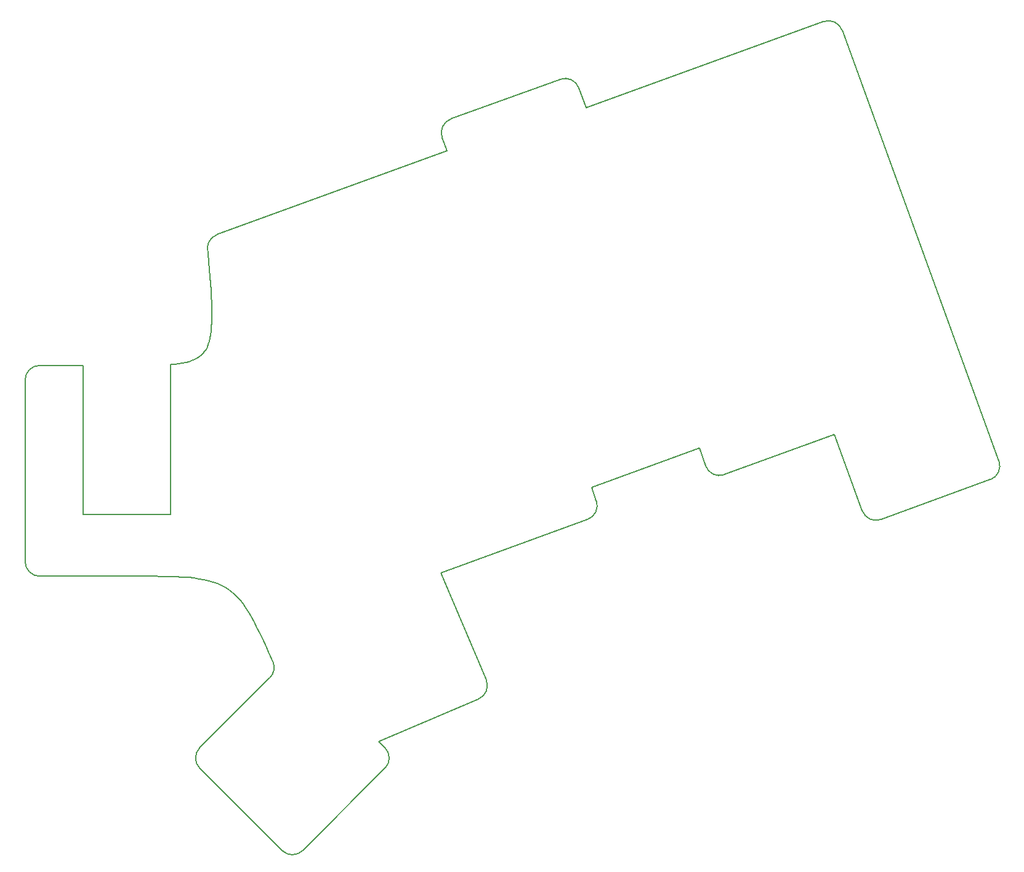
<source format=gko>
%TF.GenerationSoftware,KiCad,Pcbnew,(6.0.11)*%
%TF.CreationDate,2024-04-13T23:14:32+09:00*%
%TF.ProjectId,haqua34_right,68617175-6133-4345-9f72-696768742e6b,rev?*%
%TF.SameCoordinates,Original*%
%TF.FileFunction,Profile,NP*%
%FSLAX46Y46*%
G04 Gerber Fmt 4.6, Leading zero omitted, Abs format (unit mm)*
G04 Created by KiCad (PCBNEW (6.0.11)) date 2024-04-13 23:14:32*
%MOMM*%
%LPD*%
G01*
G04 APERTURE LIST*
%TA.AperFunction,Profile*%
%ADD10C,0.200000*%
%TD*%
%ADD11C,0.200000*%
G04 APERTURE END LIST*
D10*
X72434058Y-121992364D02*
G75*
G03*
X72434061Y-119163940I-1414208J1414214D01*
G01*
X42962618Y-87064400D02*
X30962618Y-87064400D01*
X46978217Y-119163940D02*
X56609661Y-109532496D01*
X100091831Y-31135060D02*
X99092437Y-28389247D01*
X30962618Y-66564400D02*
X24957877Y-66564400D01*
X22957877Y-93564400D02*
X22957877Y-68564400D01*
X134252283Y-76074222D02*
X119100616Y-81588977D01*
X46978214Y-119163937D02*
G75*
G03*
X46978217Y-121992367I1414226J-1414213D01*
G01*
X155667437Y-82283394D02*
X140632355Y-87755716D01*
X115647720Y-77949832D02*
X100832484Y-83342137D01*
X56609668Y-109532503D02*
G75*
G03*
X57019406Y-107297809I-1414168J1414203D01*
G01*
D11*
X36957877Y-95564400D02*
X38259068Y-95564758D01*
X39482651Y-95567264D01*
X40632036Y-95574068D01*
X41710633Y-95587316D01*
X42721854Y-95609159D01*
X43669108Y-95641744D01*
X44555808Y-95687219D01*
X45385363Y-95747734D01*
X46161185Y-95825436D01*
X46886684Y-95922475D01*
X47565271Y-96040998D01*
X48200356Y-96183153D01*
X48795352Y-96351091D01*
X49353667Y-96546958D01*
X49878714Y-96772903D01*
X50373903Y-97031076D01*
X50842644Y-97323623D01*
X51288348Y-97652694D01*
X51714427Y-98020437D01*
X52124291Y-98429001D01*
X52521350Y-98880534D01*
X52909016Y-99377185D01*
X53290700Y-99921101D01*
X53669811Y-100514431D01*
X54049761Y-101159325D01*
X54433961Y-101857930D01*
X54825821Y-102612394D01*
X55228753Y-103424867D01*
X55646166Y-104297496D01*
X56081472Y-105232431D01*
X56538082Y-106231819D01*
X57019406Y-107297809D01*
D10*
X100832484Y-83342137D02*
X101502108Y-85181915D01*
X100306763Y-87745340D02*
X80100000Y-95100000D01*
X85297270Y-112462608D02*
X79505257Y-114921171D01*
X96529012Y-27193903D02*
X81493930Y-32666225D01*
X81493920Y-32666196D02*
G75*
G03*
X80298585Y-35229650I684080J-1879404D01*
G01*
X85297272Y-112462613D02*
G75*
G03*
X86356817Y-109840136I-781472J1841013D01*
G01*
D11*
X48133765Y-51148544D02*
X48221102Y-52277397D01*
X48302894Y-53349752D01*
X48378090Y-54367059D01*
X48445638Y-55330768D01*
X48504486Y-56242329D01*
X48553583Y-57103194D01*
X48591878Y-57914812D01*
X48618318Y-58678634D01*
X48631853Y-59396111D01*
X48631430Y-60068693D01*
X48615999Y-60697830D01*
X48584507Y-61284974D01*
X48535903Y-61831574D01*
X48469136Y-62339081D01*
X48383154Y-62808945D01*
X48276905Y-63242618D01*
X48149338Y-63641548D01*
X47999402Y-64007188D01*
X47826044Y-64340987D01*
X47628214Y-64644396D01*
X47404859Y-64918866D01*
X47154929Y-65165846D01*
X46877371Y-65386788D01*
X46571135Y-65583141D01*
X46235168Y-65756357D01*
X45868419Y-65907886D01*
X45469836Y-66039177D01*
X45038369Y-66151683D01*
X44572965Y-66246853D01*
X44072573Y-66326137D01*
X43536141Y-66390987D01*
X42962618Y-66442853D01*
D10*
X72434061Y-121992367D02*
X61120353Y-133306076D01*
X58291926Y-133306076D02*
G75*
G03*
X61120353Y-133306076I1414214J1414215D01*
G01*
X116537168Y-80393640D02*
G75*
G03*
X119100616Y-81588977I1879432J684140D01*
G01*
X36957877Y-95564400D02*
X24957877Y-95564400D01*
X138068929Y-86560371D02*
X134252283Y-76074222D01*
X79505257Y-114921171D02*
X71562706Y-118292585D01*
X58291926Y-133306076D02*
X46978217Y-121992367D01*
X116537190Y-80393632D02*
X115647720Y-77949832D01*
X49329098Y-48585086D02*
G75*
G03*
X48133765Y-51148544I684102J-1879414D01*
G01*
X155667433Y-82283382D02*
G75*
G03*
X156862782Y-79719968I-684033J1879382D01*
G01*
X132727568Y-19256623D02*
X100091831Y-31135060D01*
X71562706Y-118292585D02*
X72434061Y-119163940D01*
X99092437Y-28389247D02*
G75*
G03*
X96529012Y-27193903I-1879437J-684153D01*
G01*
X135290978Y-20451973D02*
G75*
G03*
X132727568Y-19256623I-1879378J-684027D01*
G01*
X80100000Y-95100000D02*
X86356817Y-109840136D01*
X80968209Y-37069428D02*
X49329110Y-48585119D01*
X42962618Y-66442853D02*
X42962618Y-87064400D01*
X135290993Y-20451968D02*
X156862782Y-79719968D01*
X24957877Y-66564397D02*
G75*
G03*
X22957877Y-68564400I-17J-1999983D01*
G01*
X138068894Y-86560384D02*
G75*
G03*
X140632355Y-87755716I1879406J684084D01*
G01*
X80298585Y-35229650D02*
X80968209Y-37069428D01*
X22957880Y-93564400D02*
G75*
G03*
X24957877Y-95564400I2000080J80D01*
G01*
X100306764Y-87745342D02*
G75*
G03*
X101502108Y-85181915I-684164J1879442D01*
G01*
X30962618Y-87064400D02*
X30962618Y-66564400D01*
M02*

</source>
